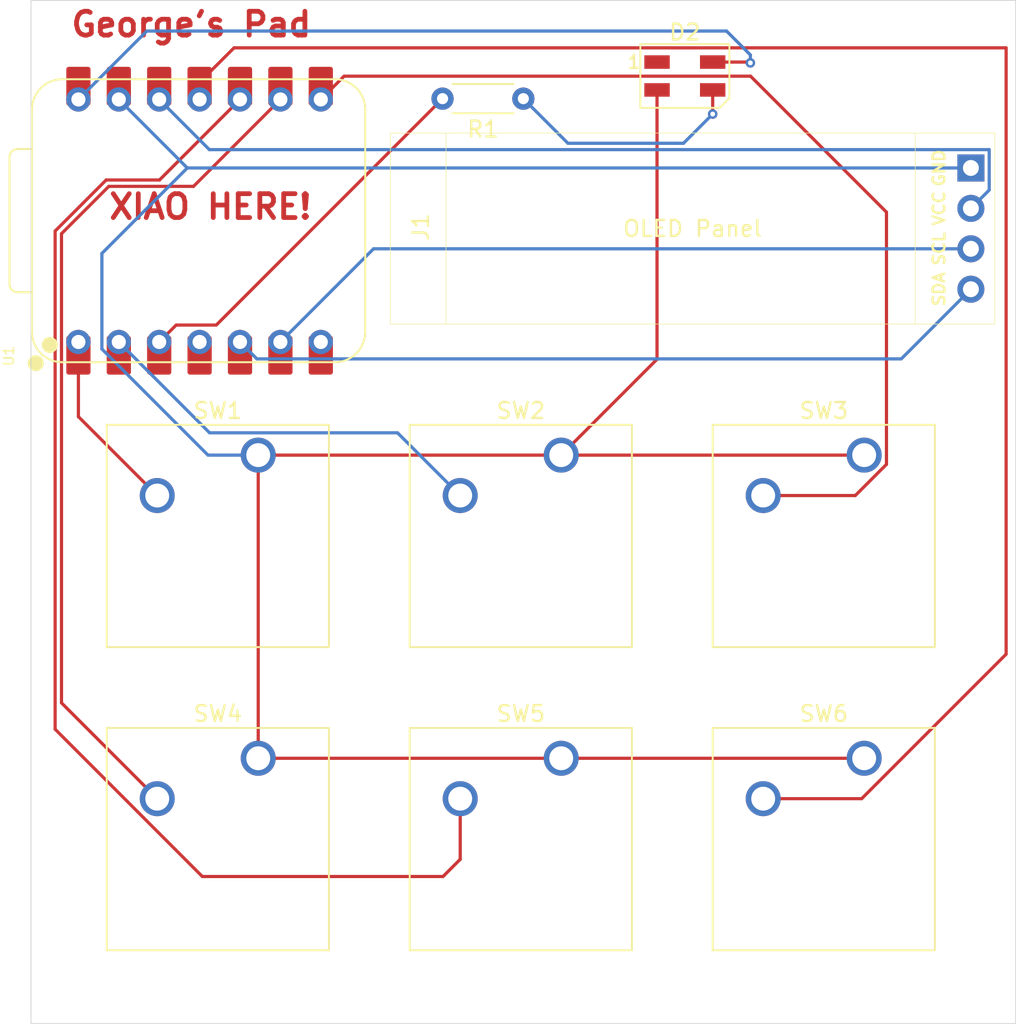
<source format=kicad_pcb>
(kicad_pcb (version 20241229) (generator "pcbnew") (generator_version "9.0")
  (layers (0 "F.Cu" signal) (2 "B.Cu" signal) (13 "F.Paste" user) (15 "B.Paste" user) (5 "F.SilkS" user "F.Silkscreen") (7 "B.SilkS" user "B.Silkscreen") (1 "F.Mask" user) (3 "B.Mask" user) (25 "Edge.Cuts" user))
  (net 0 "")
  (net 1 "+5V")
  (net 2 "GND")
  (net 3 "Net-(D2-DIN)")
  (net 4 "Net-(J1-Pin_3)")
  (net 5 "Net-(J1-Pin_4)")
  (net 6 "Net-(J1-Pin_2)")
  (net 7 "Net-(U1-GPIO28{slash}ADC2{slash}A2)")
  (net 8 "Net-(U1-GPIO26{slash}ADC0{slash}A0)")
  (net 9 "Net-(U1-GPIO27{slash}ADC1{slash}A1)")
  (net 10 "Net-(U1-GPIO1{slash}RX)")
  (net 11 "Net-(U1-GPIO2{slash}SCK)")
  (net 12 "Net-(U1-GPIO4{slash}MISO)")
  (net 13 "Net-(U1-GPIO3{slash}MOSI)")
  (footprint "Resistor:R_Axial_DIN0204_L3.6mm_D1.6mm_P5.08mm_Horizontal" (layer "F.Cu") (at 85.725 34.75 180)
    (property "Reference" "R1" (at 2.54 -1.92 0) (layer "F.SilkS"))
    (property "Value" "400Ω")
    (fp_line (start 0.62 0.92) (end 4.46 0.92) (stroke (width 0.12)) (layer "F.SilkS"))
    (fp_line (start 0.62 -0.92) (end 4.46 -0.92) (stroke (width 0.12)) (layer "F.SilkS"))
    (pad "1" thru_hole circle (at 0 0 180) (size 1.4 1.4) (drill 0.7) (layers "*.Cu" "*.Mask") (net 3 "Net-(D2-DIN)"))
    (pad "2" thru_hole oval (at 5.08 0 180) (size 1.4 1.4) (drill 0.7) (layers "*.Cu" "*.Mask") (net 7 "Net-(U1-GPIO28{slash}ADC2{slash}A2)"))
  )
  (footprint "LED_SMD:LED_SK6812MINI_PLCC4_3.5x3.5mm_P1.75mm" (layer "F.Cu") (at 95.88125 33.325)
    (property "Reference" "D2" (at 0 -2.75 0) (layer "F.SilkS"))
    (property "Value" "SK6812MINI")
    (fp_line (start -2.8 -2) (end -2.8 2) (stroke (width 0.12)) (layer "F.SilkS"))
    (fp_line (start -2.8 -2) (end 2.8 -2) (stroke (width 0.12)) (layer "F.SilkS"))
    (fp_line (start -2.8 2) (end 2.2 2) (stroke (width 0.12)) (layer "F.SilkS"))
    (fp_line (start 2.8 1.4) (end 2.2 2) (stroke (width 0.12)) (layer "F.SilkS"))
    (fp_line (start 2.8 1.4) (end 2.8 -2) (stroke (width 0.12)) (layer "F.SilkS"))
    (fp_text user "1" (at -3.2 -0.875 0) (layer "F.SilkS") (effects (font (size 0.8 0.8))))
    (pad "1" smd rect (at -1.75 -0.875) (size 1.6 0.85) (layers "F.Cu" "F.Mask" "F.Paste"))
    (pad "2" smd rect (at -1.75 0.875) (size 1.6 0.85) (layers "F.Cu" "F.Mask" "F.Paste") (net 2 "GND"))
    (pad "3" smd rect (at 1.75 0.875) (size 1.6 0.85) (layers "F.Cu" "F.Mask" "F.Paste") (net 3 "Net-(D2-DIN)"))
    (pad "4" smd rect (at 1.75 -0.875) (size 1.6 0.85) (layers "F.Cu" "F.Mask" "F.Paste") (net 1 "+5V"))
  )
  (footprint "Button_Switch_Keyboard:SW_Cherry_MX_1.00u_PCB" (layer "F.Cu") (at 107.15625 57.15)
    (property "Reference" "SW3" (at -2.54 -2.794 0) (layer "F.SilkS"))
    (property "Value" "SW_Push")
    (fp_line (start -9.525 -1.905) (end 4.445 -1.905) (stroke (width 0.12)) (layer "F.SilkS"))
    (fp_line (start -9.525 12.065) (end -9.525 -1.905) (stroke (width 0.12)) (layer "F.SilkS"))
    (fp_line (start 4.445 -1.905) (end 4.445 12.065) (stroke (width 0.12)) (layer "F.SilkS"))
    (fp_line (start 4.445 12.065) (end -9.525 12.065) (stroke (width 0.12)) (layer "F.SilkS"))
    (pad "" np_thru_hole circle (at -7.62 5.08) (size 1.7 1.7) (drill 1.7) (layers "*.Cu" "*.Mask"))
    (pad "" np_thru_hole circle (at -2.54 5.08) (size 4 4) (drill 4) (layers "*.Cu" "*.Mask"))
    (pad "" np_thru_hole circle (at 2.54 5.08) (size 1.7 1.7) (drill 1.7) (layers "*.Cu" "*.Mask"))
    (pad "1" thru_hole circle (at 0 0) (size 2.2 2.2) (drill 1.5) (layers "*.Cu" "*.Mask") (net 2 "GND"))
    (pad "2" thru_hole circle (at -6.35 2.54) (size 2.2 2.2) (drill 1.5) (layers "*.Cu" "*.Mask") (net 10 "Net-(U1-GPIO1{slash}RX)"))
  )
  (footprint "Oled:SSD1306-0.91-OLED-4pin-128x32" (layer "F.Cu") (at 77.365 36.915)
    (property "Reference" "J1" (at 1.9 5.91 90) (layer "F.SilkS"))
    (property "Value" "I2C_Connector")
    (fp_line (start 0 0) (end 0 12) (stroke (width 0.04)) (layer "F.SilkS"))
    (fp_line (start 0 12) (end 38 12) (stroke (width 0.04)) (layer "F.SilkS"))
    (fp_line (start 3.5 0) (end 3.5 12) (stroke (width 0.04)) (layer "F.SilkS"))
    (fp_line (start 33 0) (end 33 12) (stroke (width 0.04)) (layer "F.SilkS"))
    (fp_line (start 38 0) (end 0 0) (stroke (width 0.04)) (layer "F.SilkS"))
    (fp_line (start 38 12) (end 38 0) (stroke (width 0.04)) (layer "F.SilkS"))
    (fp_text user "VCC" (at 34.5 4.73 270) (layer "F.SilkS") (effects (font (size 0.75 0.75))))
    (fp_text user "GND" (at 34.5 2.19 270) (layer "F.SilkS") (effects (font (size 0.75 0.75))))
    (fp_text user "SCL" (at 34.5 7.27 270) (layer "F.SilkS") (effects (font (size 0.75 0.75))))
    (fp_text user "OLED Panel" (at 19 6 0) (layer "F.SilkS"))
    (fp_text user "SDA" (at 34.5 9.81 270) (layer "F.SilkS") (effects (font (size 0.75 0.75))))
    (pad "1" thru_hole rect (at 36.5 2.19) (size 1.7 1.7) (drill 1) (layers "*.Cu" "*.Mask") (net 2 "GND"))
    (pad "2" thru_hole oval (at 36.5 4.73) (size 1.7 1.7) (drill 1) (layers "*.Cu" "*.Mask") (net 6 "Net-(J1-Pin_2)"))
    (pad "3" thru_hole oval (at 36.5 7.27) (size 1.7 1.7) (drill 1) (layers "*.Cu" "*.Mask") (net 4 "Net-(J1-Pin_3)"))
    (pad "4" thru_hole oval (at 36.5 9.81) (size 1.7 1.7) (drill 1) (layers "*.Cu" "*.Mask") (net 5 "Net-(J1-Pin_4)"))
  )
  (footprint "OPL Lib:XIAO-RP2040-DIP" (layer "F.Cu") (at 65.37 42.42 90)
    (property "Reference" "U1" (at -8.5 -12 90) (layer "F.SilkS") (effects (font (size 0.635 0.635) (thickness 0.1016))))
    (property "Value" "XIAO-RP2040-DIP")
    (fp_line (start -3.991272 -11.951) (end 4.004 -11.951) (stroke (width 0.127)) (layer "F.SilkS"))
    (fp_line (start 4.504 -11.451) (end 4.504 -10.541) (stroke (width 0.127)) (layer "F.SilkS"))
    (fp_line (start 6.985 -10.541) (end -6.985 -10.541) (stroke (width 0.1)) (layer "F.SilkS"))
    (fp_line (start 6.985 -10.541) (end -6.985 -10.541) (stroke (width 0.127)) (layer "F.SilkS"))
    (fp_line (start -4.495 -10.541) (end -4.491272 -11.451272) (stroke (width 0.127)) (layer "F.SilkS"))
    (fp_line (start 8.89 8.509) (end 8.89 -8.636) (stroke (width 0.127)) (layer "F.SilkS"))
    (fp_line (start -8.89 8.509) (end -8.89 -8.636) (stroke (width 0.127)) (layer "F.SilkS"))
    (fp_line (start -6.985 10.414) (end 6.985 10.414) (stroke (width 0.127)) (layer "F.SilkS"))
    (fp_arc (start 4.004 -11.951) (mid 4.357553 -11.804553) (end 4.504 -11.451) (stroke (width 0.127)) (layer "F.SilkS"))
    (fp_arc (start -4.491272 -11.451272) (mid -4.344728 -11.80464) (end -3.991272 -11.951) (stroke (width 0.127)) (layer "F.SilkS"))
    (fp_arc (start 6.985 -10.541) (mid 8.332038 -9.983038) (end 8.89 -8.636) (stroke (width 0.127)) (layer "F.SilkS"))
    (fp_arc (start -8.89 -8.636) (mid -8.332038 -9.983038) (end -6.985 -10.541) (stroke (width 0.127)) (layer "F.SilkS"))
    (fp_arc (start 8.89 8.509) (mid 8.332038 9.856038) (end 6.985 10.414) (stroke (width 0.127)) (layer "F.SilkS"))
    (fp_arc (start -6.985 10.414) (mid -8.332038 9.856038) (end -8.89 8.509) (stroke (width 0.127)) (layer "F.SilkS"))
    (fp_circle (center -8.95 -10.3) (end -8.95 -10.554) (stroke (width 0.5)) (fill yes) (layer "F.SilkS"))
    (fp_circle (center -7.807 -9.42) (end -7.807 -9.674) (stroke (width 0.5)) (fill yes) (layer "F.SilkS"))
    (pad "1" smd roundrect (at -8.455 -7.62 270) (size 2.432 1.524) (layers "F.Cu" "F.Mask") (roundrect_rratio 0.1) (net 8 "Net-(U1-GPIO26{slash}ADC0{slash}A0)"))
    (pad "1" thru_hole circle (at -7.62 -7.62 270) (size 1.524 1.524) (drill 0.889) (layers "*.Cu" "*.Mask") (net 8 "Net-(U1-GPIO26{slash}ADC0{slash}A0)"))
    (pad "2" smd roundrect (at -8.455 -5.08 270) (size 2.432 1.524) (layers "F.Cu" "F.Mask") (roundrect_rratio 0.1) (net 9 "Net-(U1-GPIO27{slash}ADC1{slash}A1)"))
    (pad "2" thru_hole circle (at -7.62 -5.08 270) (size 1.524 1.524) (drill 0.889) (layers "*.Cu" "*.Mask") (net 9 "Net-(U1-GPIO27{slash}ADC1{slash}A1)"))
    (pad "3" smd roundrect (at -8.455 -2.54 270) (size 2.432 1.524) (layers "F.Cu" "F.Mask") (roundrect_rratio 0.1) (net 7 "Net-(U1-GPIO28{slash}ADC2{slash}A2)"))
    (pad "3" thru_hole circle (at -7.62 -2.54 270) (size 1.524 1.524) (drill 0.889) (layers "*.Cu" "*.Mask") (net 7 "Net-(U1-GPIO28{slash}ADC2{slash}A2)"))
    (pad "4" smd roundrect (at -8.455 0 270) (size 2.432 1.524) (layers "F.Cu" "F.Mask") (roundrect_rratio 0.1))
    (pad "4" thru_hole circle (at -7.62 0 270) (size 1.524 1.524) (drill 0.889) (layers "*.Cu" "*.Mask"))
    (pad "5" smd roundrect (at -8.455 2.54 270) (size 2.432 1.524) (layers "F.Cu" "F.Mask") (roundrect_rratio 0.1) (net 5 "Net-(J1-Pin_4)"))
    (pad "5" thru_hole circle (at -7.62 2.54 270) (size 1.524 1.524) (drill 0.889) (layers "*.Cu" "*.Mask") (net 5 "Net-(J1-Pin_4)"))
    (pad "6" smd roundrect (at -8.455 5.08 270) (size 2.432 1.524) (layers "F.Cu" "F.Mask") (roundrect_rratio 0.1) (net 4 "Net-(J1-Pin_3)"))
    (pad "6" thru_hole circle (at -7.62 5.08 270) (size 1.524 1.524) (drill 0.889) (layers "*.Cu" "*.Mask") (net 4 "Net-(J1-Pin_3)"))
    (pad "7" smd roundrect (at -8.455 7.62 270) (size 2.432 1.524) (layers "F.Cu" "F.Mask") (roundrect_rratio 0.1))
    (pad "7" thru_hole circle (at -7.62 7.62 270) (size 1.524 1.524) (drill 0.889) (layers "*.Cu" "*.Mask"))
    (pad "8" thru_hole circle (at 7.62 7.62 90) (size 1.524 1.524) (drill 0.889) (layers "*.Cu" "*.Mask") (net 10 "Net-(U1-GPIO1{slash}RX)"))
    (pad "8" smd roundrect (at 8.455 7.62 90) (size 2.432 1.524) (layers "F.Cu" "F.Mask") (roundrect_rratio 0.1) (net 10 "Net-(U1-GPIO1{slash}RX)"))
    (pad "9" thru_hole circle (at 7.62 5.08 90) (size 1.524 1.524) (drill 0.889) (layers "*.Cu" "*.Mask") (net 11 "Net-(U1-GPIO2{slash}SCK)"))
    (pad "9" smd roundrect (at 8.455 5.08 90) (size 2.432 1.524) (layers "F.Cu" "F.Mask") (roundrect_rratio 0.1) (net 11 "Net-(U1-GPIO2{slash}SCK)"))
    (pad "10" thru_hole circle (at 7.62 2.54 90) (size 1.524 1.524) (drill 0.889) (layers "*.Cu" "*.Mask") (net 12 "Net-(U1-GPIO4{slash}MISO)"))
    (pad "10" smd roundrect (at 8.455 2.54 90) (size 2.432 1.524) (layers "F.Cu" "F.Mask") (roundrect_rratio 0.1) (net 12 "Net-(U1-GPIO4{slash}MISO)"))
    (pad "11" thru_hole circle (at 7.62 0 90) (size 1.524 1.524) (drill 0.889) (layers "*.Cu" "*.Mask") (net 13 "Net-(U1-GPIO3{slash}MOSI)"))
    (pad "11" smd roundrect (at 8.455 0 90) (size 2.432 1.524) (layers "F.Cu" "F.Mask") (roundrect_rratio 0.1) (net 13 "Net-(U1-GPIO3{slash}MOSI)"))
    (pad "12" thru_hole circle (at 7.62 -2.54 90) (size 1.524 1.524) (drill 0.889) (layers "*.Cu" "*.Mask") (net 6 "Net-(J1-Pin_2)"))
    (pad "12" smd roundrect (at 8.455 -2.54 90) (size 2.432 1.524) (layers "F.Cu" "F.Mask") (roundrect_rratio 0.1) (net 6 "Net-(J1-Pin_2)"))
    (pad "13" thru_hole circle (at 7.62 -5.08 90) (size 1.524 1.524) (drill 0.889) (layers "*.Cu" "*.Mask") (net 2 "GND"))
    (pad "13" smd roundrect (at 8.455 -5.08 90) (size 2.432 1.524) (layers "F.Cu" "F.Mask") (roundrect_rratio 0.1) (net 2 "GND"))
    (pad "14" thru_hole circle (at 7.62 -7.62 90) (size 1.524 1.524) (drill 0.889) (layers "*.Cu" "*.Mask") (net 1 "+5V"))
    (pad "14" smd roundrect (at 8.455 -7.62 90) (size 2.432 1.524) (layers "F.Cu" "F.Mask") (roundrect_rratio 0.1) (net 1 "+5V"))
  )
  (footprint "Button_Switch_Keyboard:SW_Cherry_MX_1.00u_PCB" (layer "F.Cu") (at 69.05625 57.15)
    (property "Reference" "SW1" (at -2.54 -2.794 0) (layer "F.SilkS"))
    (property "Value" "SW_Push")
    (fp_line (start -9.525 -1.905) (end 4.445 -1.905) (stroke (width 0.12)) (layer "F.SilkS"))
    (fp_line (start -9.525 12.065) (end -9.525 -1.905) (stroke (width 0.12)) (layer "F.SilkS"))
    (fp_line (start 4.445 -1.905) (end 4.445 12.065) (stroke (width 0.12)) (layer "F.SilkS"))
    (fp_line (start 4.445 12.065) (end -9.525 12.065) (stroke (width 0.12)) (layer "F.SilkS"))
    (pad "" np_thru_hole circle (at -7.62 5.08) (size 1.7 1.7) (drill 1.7) (layers "*.Cu" "*.Mask"))
    (pad "" np_thru_hole circle (at -2.54 5.08) (size 4 4) (drill 4) (layers "*.Cu" "*.Mask"))
    (pad "" np_thru_hole circle (at 2.54 5.08) (size 1.7 1.7) (drill 1.7) (layers "*.Cu" "*.Mask"))
    (pad "1" thru_hole circle (at 0 0) (size 2.2 2.2) (drill 1.5) (layers "*.Cu" "*.Mask") (net 2 "GND"))
    (pad "2" thru_hole circle (at -6.35 2.54) (size 2.2 2.2) (drill 1.5) (layers "*.Cu" "*.Mask") (net 8 "Net-(U1-GPIO26{slash}ADC0{slash}A0)"))
  )
  (footprint "Button_Switch_Keyboard:SW_Cherry_MX_1.00u_PCB" (layer "F.Cu") (at 88.10625 57.15)
    (property "Reference" "SW2" (at -2.54 -2.794 0) (layer "F.SilkS"))
    (property "Value" "SW_Push")
    (fp_line (start -9.525 -1.905) (end 4.445 -1.905) (stroke (width 0.12)) (layer "F.SilkS"))
    (fp_line (start -9.525 12.065) (end -9.525 -1.905) (stroke (width 0.12)) (layer "F.SilkS"))
    (fp_line (start 4.445 -1.905) (end 4.445 12.065) (stroke (width 0.12)) (layer "F.SilkS"))
    (fp_line (start 4.445 12.065) (end -9.525 12.065) (stroke (width 0.12)) (layer "F.SilkS"))
    (pad "" np_thru_hole circle (at -7.62 5.08) (size 1.7 1.7) (drill 1.7) (layers "*.Cu" "*.Mask"))
    (pad "" np_thru_hole circle (at -2.54 5.08) (size 4 4) (drill 4) (layers "*.Cu" "*.Mask"))
    (pad "" np_thru_hole circle (at 2.54 5.08) (size 1.7 1.7) (drill 1.7) (layers "*.Cu" "*.Mask"))
    (pad "1" thru_hole circle (at 0 0) (size 2.2 2.2) (drill 1.5) (layers "*.Cu" "*.Mask") (net 2 "GND"))
    (pad "2" thru_hole circle (at -6.35 2.54) (size 2.2 2.2) (drill 1.5) (layers "*.Cu" "*.Mask") (net 9 "Net-(U1-GPIO27{slash}ADC1{slash}A1)"))
  )
  (footprint "Button_Switch_Keyboard:SW_Cherry_MX_1.00u_PCB" (layer "F.Cu") (at 88.10625 76.2)
    (property "Reference" "SW5" (at -2.54 -2.794 0) (layer "F.SilkS"))
    (property "Value" "SW_Push")
    (fp_line (start -9.525 -1.905) (end 4.445 -1.905) (stroke (width 0.12)) (layer "F.SilkS"))
    (fp_line (start -9.525 12.065) (end -9.525 -1.905) (stroke (width 0.12)) (layer "F.SilkS"))
    (fp_line (start 4.445 -1.905) (end 4.445 12.065) (stroke (width 0.12)) (layer "F.SilkS"))
    (fp_line (start 4.445 12.065) (end -9.525 12.065) (stroke (width 0.12)) (layer "F.SilkS"))
    (pad "" np_thru_hole circle (at -7.62 5.08) (size 1.7 1.7) (drill 1.7) (layers "*.Cu" "*.Mask"))
    (pad "" np_thru_hole circle (at -2.54 5.08) (size 4 4) (drill 4) (layers "*.Cu" "*.Mask"))
    (pad "" np_thru_hole circle (at 2.54 5.08) (size 1.7 1.7) (drill 1.7) (layers "*.Cu" "*.Mask"))
    (pad "1" thru_hole circle (at 0 0) (size 2.2 2.2) (drill 1.5) (layers "*.Cu" "*.Mask") (net 2 "GND"))
    (pad "2" thru_hole circle (at -6.35 2.54) (size 2.2 2.2) (drill 1.5) (layers "*.Cu" "*.Mask") (net 12 "Net-(U1-GPIO4{slash}MISO)"))
  )
  (footprint "Button_Switch_Keyboard:SW_Cherry_MX_1.00u_PCB" (layer "F.Cu") (at 69.05625 76.2)
    (property "Reference" "SW4" (at -2.54 -2.794 0) (layer "F.SilkS"))
    (property "Value" "SW_Push")
    (fp_line (start -9.525 -1.905) (end 4.445 -1.905) (stroke (width 0.12)) (layer "F.SilkS"))
    (fp_line (start -9.525 12.065) (end -9.525 -1.905) (stroke (width 0.12)) (layer "F.SilkS"))
    (fp_line (start 4.445 -1.905) (end 4.445 12.065) (stroke (width 0.12)) (layer "F.SilkS"))
    (fp_line (start 4.445 12.065) (end -9.525 12.065) (stroke (width 0.12)) (layer "F.SilkS"))
    (pad "" np_thru_hole circle (at -7.62 5.08) (size 1.7 1.7) (drill 1.7) (layers "*.Cu" "*.Mask"))
    (pad "" np_thru_hole circle (at -2.54 5.08) (size 4 4) (drill 4) (layers "*.Cu" "*.Mask"))
    (pad "" np_thru_hole circle (at 2.54 5.08) (size 1.7 1.7) (drill 1.7) (layers "*.Cu" "*.Mask"))
    (pad "1" thru_hole circle (at 0 0) (size 2.2 2.2) (drill 1.5) (layers "*.Cu" "*.Mask") (net 2 "GND"))
    (pad "2" thru_hole circle (at -6.35 2.54) (size 2.2 2.2) (drill 1.5) (layers "*.Cu" "*.Mask") (net 11 "Net-(U1-GPIO2{slash}SCK)"))
  )
  (footprint "Button_Switch_Keyboard:SW_Cherry_MX_1.00u_PCB" (layer "F.Cu") (at 107.15625 76.2)
    (property "Reference" "SW6" (at -2.54 -2.794 0) (layer "F.SilkS"))
    (property "Value" "SW_Push")
    (fp_line (start -9.525 -1.905) (end 4.445 -1.905) (stroke (width 0.12)) (layer "F.SilkS"))
    (fp_line (start -9.525 12.065) (end -9.525 -1.905) (stroke (width 0.12)) (layer "F.SilkS"))
    (fp_line (start 4.445 -1.905) (end 4.445 12.065) (stroke (width 0.12)) (layer "F.SilkS"))
    (fp_line (start 4.445 12.065) (end -9.525 12.065) (stroke (width 0.12)) (layer "F.SilkS"))
    (pad "" np_thru_hole circle (at -7.62 5.08) (size 1.7 1.7) (drill 1.7) (layers "*.Cu" "*.Mask"))
    (pad "" np_thru_hole circle (at -2.54 5.08) (size 4 4) (drill 4) (layers "*.Cu" "*.Mask"))
    (pad "" np_thru_hole circle (at 2.54 5.08) (size 1.7 1.7) (drill 1.7) (layers "*.Cu" "*.Mask"))
    (pad "1" thru_hole circle (at 0 0) (size 2.2 2.2) (drill 1.5) (layers "*.Cu" "*.Mask") (net 2 "GND"))
    (pad "2" thru_hole circle (at -6.35 2.54) (size 2.2 2.2) (drill 1.5) (layers "*.Cu" "*.Mask") (net 13 "Net-(U1-GPIO3{slash}MOSI)"))
  )
  (gr_rect (start 54.76875 28.575) (end 116.68125 92.86875) (stroke (width 0.05)) (fill no) (layer "Edge.Cuts"))
  (gr_text "XIAO HERE!" (at 59.53125 42.42 0) (layer "F.Cu") (effects (font (size 1.5 1.5) (thickness 0.3) (bold yes)) (justify left bottom)))
  (gr_text "George's Pad" (at 57.15 30.95625 0) (layer "F.Cu") (effects (font (size 1.5 1.5) (thickness 0.3) (bold yes)) (justify left bottom)))
  (segment (start 97.63125 32.45) (end 99.95 32.45) (width 0.2) (layer "F.Cu") (net 1))
  (segment (start 99.95 32.45) (end 100 32.5) (width 0.2) (layer "F.Cu") (net 1))
  (via (at 100 32.5) (size 0.6) (drill 0.3) (layers "F.Cu" "B.Cu") (net 1))
  (segment (start 100 32) (end 100 32.5) (width 0.2) (layer "B.Cu") (net 1))
  (segment (start 57.75 34.8) (end 62.05 30.5) (width 0.2) (layer "B.Cu") (net 1))
  (segment (start 62.05 30.5) (end 98.5 30.5) (width 0.2) (layer "B.Cu") (net 1))
  (segment (start 98.5 30.5) (end 100 32) (width 0.2) (layer "B.Cu") (net 1))
  (segment (start 88.10625 57.15) (end 107.15625 57.15) (width 0.2) (layer "F.Cu") (net 2))
  (segment (start 88.10625 57.15) (end 94.13125 51.125) (width 0.2) (layer "F.Cu") (net 2))
  (segment (start 94.13125 51.125) (end 94.13125 34.2) (width 0.2) (layer "F.Cu") (net 2))
  (segment (start 69.05625 57.15) (end 69.05625 76.2) (width 0.2) (layer "F.Cu") (net 2))
  (segment (start 69.05625 57.15) (end 88.10625 57.15) (width 0.2) (layer "F.Cu") (net 2))
  (segment (start 88.10625 76.2) (end 107.15625 76.2) (width 0.2) (layer "F.Cu") (net 2))
  (segment (start 69.05625 76.2) (end 88.10625 76.2) (width 0.2) (layer "F.Cu") (net 2))
  (segment (start 64.595 39.105) (end 60.29 34.8) (width 0.2) (layer "B.Cu") (net 2))
  (segment (start 113.865 39.105) (end 64.595 39.105) (width 0.2) (layer "B.Cu") (net 2))
  (segment (start 59.227 44.473) (end 59.227 50.48031) (width 0.2) (layer "B.Cu") (net 2))
  (segment (start 65.89669 57.15) (end 69.05625 57.15) (width 0.2) (layer "B.Cu") (net 2))
  (segment (start 59.227 50.48031) (end 65.89669 57.15) (width 0.2) (layer "B.Cu") (net 2))
  (segment (start 64.595 39.105) (end 59.227 44.473) (width 0.2) (layer "B.Cu") (net 2))
  (segment (start 97.63125 34.2) (end 97.63125 35.71875) (width 0.2) (layer "F.Cu") (net 3))
  (via (at 97.63125 35.71875) (size 0.6) (drill 0.3) (layers "F.Cu" "B.Cu") (net 3))
  (segment (start 85.725 34.75) (end 88.528 37.553) (width 0.2) (layer "B.Cu") (net 3))
  (segment (start 95.797 37.553) (end 97.63125 35.71875) (width 0.2) (layer "B.Cu") (net 3))
  (segment (start 88.528 37.553) (end 95.25 37.553) (width 0.2) (layer "B.Cu") (net 3))
  (segment (start 95.25 37.553) (end 95.797 37.553) (width 0.2) (layer "B.Cu") (net 3))
  (segment (start 113.865 44.185) (end 76.305 44.185) (width 0.2) (layer "B.Cu") (net 4))
  (segment (start 76.305 44.185) (end 70.45 50.04) (width 0.2) (layer "B.Cu") (net 4))
  (segment (start 68.973 51.103) (end 67.91 50.04) (width 0.2) (layer "B.Cu") (net 5))
  (segment (start 109.487 51.103) (end 68.973 51.103) (width 0.2) (layer "B.Cu") (net 5))
  (segment (start 113.865 46.725) (end 109.487 51.103) (width 0.2) (layer "B.Cu") (net 5))
  (segment (start 115.016 37.954) (end 65.984 37.954) (width 0.2) (layer "B.Cu") (net 6))
  (segment (start 113.865 41.645) (end 115.016 40.494) (width 0.2) (layer "B.Cu") (net 6))
  (segment (start 65.984 37.954) (end 62.83 34.8) (width 0.2) (layer "B.Cu") (net 6))
  (segment (start 115.016 40.494) (end 115.016 37.954) (width 0.2) (layer "B.Cu") (net 6))
  (segment (start 80.645 34.75) (end 66.418 48.977) (width 0.2) (layer "F.Cu") (net 7))
  (segment (start 63.893 48.977) (end 62.83 50.04) (width 0.2) (layer "F.Cu") (net 7))
  (segment (start 66.418 48.977) (end 63.893 48.977) (width 0.2) (layer "F.Cu") (net 7))
  (segment (start 57.75 54.73375) (end 62.70625 59.69) (width 0.2) (layer "F.Cu") (net 8))
  (segment (start 57.75 50.04) (end 57.75 54.73375) (width 0.2) (layer "F.Cu") (net 8))
  (segment (start 60.29 50.04) (end 65.999 55.749) (width 0.2) (layer "B.Cu") (net 9))
  (segment (start 77.81525 55.749) (end 81.75625 59.69) (width 0.2) (layer "B.Cu") (net 9))
  (segment (start 65.999 55.749) (end 77.81525 55.749) (width 0.2) (layer "B.Cu") (net 9))
  (segment (start 108.55725 57.730314) (end 106.597564 59.69) (width 0.2) (layer "F.Cu") (net 10))
  (segment (start 106.597564 59.69) (end 100.80625 59.69) (width 0.2) (layer "F.Cu") (net 10))
  (segment (start 72.99 34.8) (end 74.4525 33.3375) (width 0.2) (layer "F.Cu") (net 10))
  (segment (start 108.55725 41.88225) (end 108.55725 57.730314) (width 0.2) (layer "F.Cu") (net 10))
  (segment (start 100.0125 33.3375) (end 108.55725 41.88225) (width 0.2) (layer "F.Cu") (net 10))
  (segment (start 74.4525 33.3375) (end 100.0125 33.3375) (width 0.2) (layer "F.Cu") (net 10))
  (segment (start 64.988016 40.261984) (end 59.660381 40.261984) (width 0.2) (layer "F.Cu") (net 11))
  (segment (start 59.660381 40.261984) (end 56.687 43.235365) (width 0.2) (layer "F.Cu") (net 11))
  (segment (start 56.687 43.235365) (end 56.687 72.72075) (width 0.2) (layer "F.Cu") (net 11))
  (segment (start 70.45 34.8) (end 64.988016 40.261984) (width 0.2) (layer "F.Cu") (net 11))
  (segment (start 56.687 72.72075) (end 62.70625 78.74) (width 0.2) (layer "F.Cu") (net 11))
  (segment (start 59.494281 39.860984) (end 56.286 43.069265) (width 0.2) (layer "F.Cu") (net 12))
  (segment (start 65.542434 83.631) (end 80.67525 83.631) (width 0.2) (layer "F.Cu") (net 12))
  (segment (start 81.75625 82.55) (end 81.75625 78.74) (width 0.2) (layer "F.Cu") (net 12))
  (segment (start 80.67525 83.631) (end 81.75625 82.55) (width 0.2) (layer "F.Cu") (net 12))
  (segment (start 56.286 74.374566) (end 65.542434 83.631) (width 0.2) (layer "F.Cu") (net 12))
  (segment (start 56.286 43.069265) (end 56.286 74.374566) (width 0.2) (layer "F.Cu") (net 12))
  (segment (start 67.91 34.8) (end 62.849016 39.860984) (width 0.2) (layer "F.Cu") (net 12))
  (segment (start 62.849016 39.860984) (end 59.494281 39.860984) (width 0.2) (layer "F.Cu") (net 12))
  (segment (start 116.08025 69.65725) (end 106.9975 78.74) (width 0.2) (layer "F.Cu") (net 13))
  (segment (start 106.9975 78.74) (end 100.80625 78.74) (width 0.2) (layer "F.Cu") (net 13))
  (segment (start 116.08025 31.55725) (end 116.08025 69.65725) (width 0.2) (layer "F.Cu") (net 13))
  (segment (start 65.37 34.8) (end 65.37 33.72237) (width 0.2) (layer "F.Cu") (net 13))
  (segment (start 67.53512 31.55725) (end 116.08025 31.55725) (width 0.2) (layer "F.Cu") (net 13))
  (segment (start 65.37 33.72237) (end 67.53512 31.55725) (width 0.2) (layer "F.Cu") (net 13))
)
</source>
